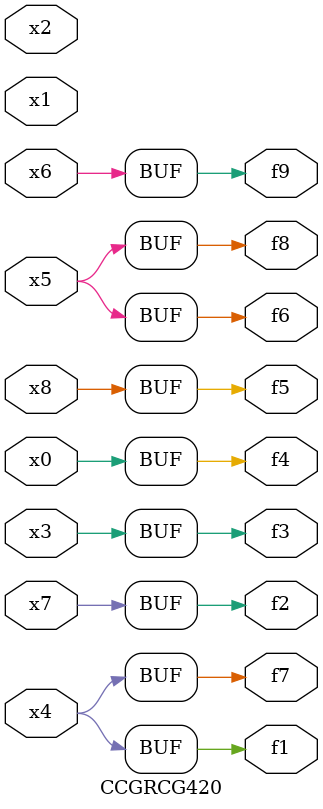
<source format=v>
module CCGRCG420(
	input x0, x1, x2, x3, x4, x5, x6, x7, x8,
	output f1, f2, f3, f4, f5, f6, f7, f8, f9
);
	assign f1 = x4;
	assign f2 = x7;
	assign f3 = x3;
	assign f4 = x0;
	assign f5 = x8;
	assign f6 = x5;
	assign f7 = x4;
	assign f8 = x5;
	assign f9 = x6;
endmodule

</source>
